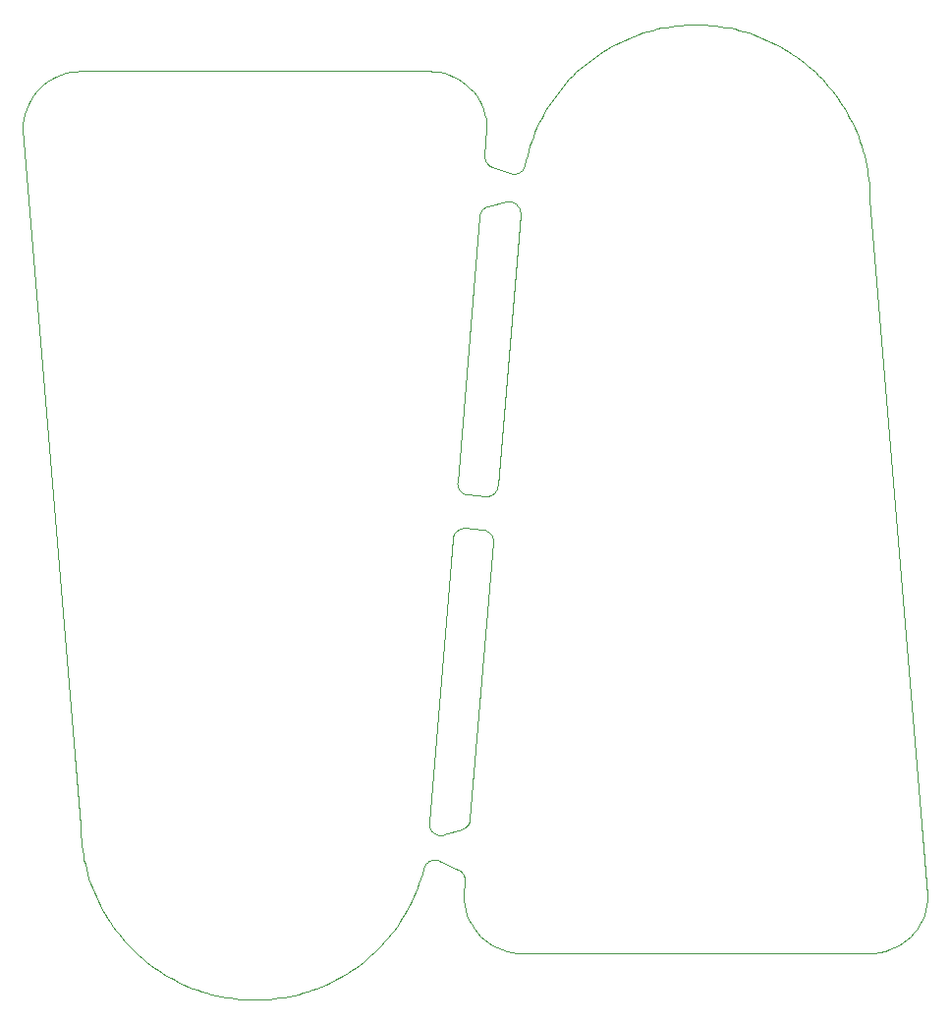
<source format=gko>
%MOIN*%
%OFA0B0*%
%FSLAX44Y44*%
%IPPOS*%
%LPD*%
%ADD10C,0*%
D10*
X00017331Y00009155D02*
X00017331Y00009155D01*
X00018133Y00018784D01*
X00018137Y00018815D01*
X00018143Y00018845D01*
X00018152Y00018875D01*
X00018162Y00018903D01*
X00018175Y00018931D01*
X00018191Y00018958D01*
X00018208Y00018984D01*
X00018227Y00019008D01*
X00018248Y00019031D01*
X00018271Y00019052D01*
X00018296Y00019071D01*
X00018321Y00019088D01*
X00018348Y00019103D01*
X00018376Y00019116D01*
X00018406Y00019126D01*
X00018435Y00019134D01*
X00018466Y00019140D01*
X00018496Y00019144D01*
X00018527Y00019145D01*
X00018558Y00019143D01*
X00019142Y00019095D01*
X00019173Y00019091D01*
X00019203Y00019085D01*
X00019233Y00019076D01*
X00019262Y00019066D01*
X00019290Y00019052D01*
X00019316Y00019037D01*
X00019342Y00019020D01*
X00019366Y00019001D01*
X00019389Y00018980D01*
X00019410Y00018957D01*
X00019429Y00018932D01*
X00019446Y00018907D01*
X00019461Y00018880D01*
X00019474Y00018851D01*
X00019484Y00018822D01*
X00019492Y00018793D01*
X00019498Y00018762D01*
X00019502Y00018732D01*
X00019503Y00018701D01*
X00019502Y00018670D01*
X00018719Y00009279D01*
X00018716Y00009256D01*
X00018712Y00009233D01*
X00018707Y00009210D01*
X00018700Y00009188D01*
X00018692Y00009166D01*
X00018683Y00009145D01*
X00018673Y00009124D01*
X00018661Y00009104D01*
X00018648Y00009084D01*
X00018634Y00009066D01*
X00018619Y00009048D01*
X00018603Y00009031D01*
X00018586Y00009015D01*
X00018568Y00009001D01*
X00018549Y00008987D01*
X00018529Y00008974D01*
X00018509Y00008963D01*
X00018488Y00008953D01*
X00018467Y00008944D01*
X00018445Y00008936D01*
X00017841Y00008747D01*
X00017804Y00008737D01*
X00017766Y00008731D01*
X00017727Y00008729D01*
X00017689Y00008730D01*
X00017650Y00008735D01*
X00017613Y00008744D01*
X00017577Y00008757D01*
X00017542Y00008773D01*
X00017508Y00008792D01*
X00017477Y00008815D01*
X00017448Y00008840D01*
X00017422Y00008869D01*
X00017399Y00008899D01*
X00017378Y00008932D01*
X00017361Y00008967D01*
X00017348Y00009003D01*
X00017338Y00009040D01*
X00017332Y00009078D01*
X00017329Y00009116D01*
X00017331Y00009155D01*
X00020428Y00029791D02*
X00020428Y00029791D01*
X00019661Y00020585D01*
X00019657Y00020555D01*
X00019651Y00020524D01*
X00019643Y00020495D01*
X00019632Y00020466D01*
X00019619Y00020438D01*
X00019604Y00020411D01*
X00019586Y00020385D01*
X00019567Y00020361D01*
X00019546Y00020338D01*
X00019523Y00020317D01*
X00019499Y00020298D01*
X00019473Y00020281D01*
X00019446Y00020266D01*
X00019418Y00020254D01*
X00019389Y00020243D01*
X00019359Y00020235D01*
X00019329Y00020229D01*
X00019298Y00020225D01*
X00019267Y00020224D01*
X00019236Y00020226D01*
X00018652Y00020274D01*
X00018622Y00020278D01*
X00018591Y00020284D01*
X00018562Y00020293D01*
X00018533Y00020304D01*
X00018505Y00020317D01*
X00018478Y00020332D01*
X00018452Y00020349D01*
X00018428Y00020368D01*
X00018405Y00020389D01*
X00018385Y00020412D01*
X00018365Y00020437D01*
X00018348Y00020462D01*
X00018333Y00020489D01*
X00018321Y00020518D01*
X00018310Y00020547D01*
X00018302Y00020576D01*
X00018296Y00020607D01*
X00018292Y00020637D01*
X00018291Y00020668D01*
X00018293Y00020699D01*
X00019044Y00029716D01*
X00019047Y00029740D01*
X00019051Y00029765D01*
X00019057Y00029789D01*
X00019065Y00029812D01*
X00019073Y00029836D01*
X00019084Y00029858D01*
X00019095Y00029880D01*
X00019108Y00029901D01*
X00019123Y00029921D01*
X00019138Y00029940D01*
X00019155Y00029959D01*
X00019173Y00029976D01*
X00019192Y00029992D01*
X00019212Y00030006D01*
X00019233Y00030020D01*
X00019254Y00030032D01*
X00019276Y00030043D01*
X00019299Y00030052D01*
X00019323Y00030060D01*
X00019347Y00030066D01*
X00019946Y00030207D01*
X00019983Y00030213D01*
X00020020Y00030217D01*
X00020057Y00030216D01*
X00020094Y00030213D01*
X00020130Y00030206D01*
X00020165Y00030195D01*
X00020200Y00030181D01*
X00020233Y00030164D01*
X00020264Y00030144D01*
X00020293Y00030121D01*
X00020320Y00030096D01*
X00020344Y00030068D01*
X00020366Y00030038D01*
X00020385Y00030006D01*
X00020400Y00029972D01*
X00020413Y00029937D01*
X00020422Y00029901D01*
X00020427Y00029865D01*
X00020430Y00029828D01*
X00020428Y00029791D01*
X00017139Y00007595D02*
X00017139Y00007595D01*
X00017149Y00007628D01*
X00017161Y00007661D01*
X00017177Y00007692D01*
X00017195Y00007722D01*
X00017216Y00007750D01*
X00017239Y00007776D01*
X00017265Y00007800D01*
X00017292Y00007822D01*
X00017322Y00007841D01*
X00017352Y00007857D01*
X00017385Y00007871D01*
X00017418Y00007882D01*
X00017452Y00007889D01*
X00017487Y00007894D01*
X00017522Y00007895D01*
X00017557Y00007894D01*
X00017591Y00007889D01*
X00017626Y00007881D01*
X00017659Y00007871D01*
X00017691Y00007857D01*
X00018320Y00007556D01*
X00018342Y00007546D01*
X00018362Y00007533D01*
X00018382Y00007520D01*
X00018401Y00007506D01*
X00018418Y00007490D01*
X00018435Y00007473D01*
X00018451Y00007456D01*
X00018466Y00007437D01*
X00018480Y00007417D01*
X00018492Y00007397D01*
X00018503Y00007376D01*
X00018513Y00007355D01*
X00018522Y00007332D01*
X00018529Y00007310D01*
X00018535Y00007287D01*
X00018540Y00007263D01*
X00018543Y00007240D01*
X00018544Y00007216D01*
X00018544Y00007192D01*
X00018543Y00007168D01*
X00018503Y00006692D01*
X00018511Y00006521D01*
X00018533Y00006351D01*
X00018571Y00006183D01*
X00018622Y00006019D01*
X00018688Y00005860D01*
X00018767Y00005708D01*
X00018859Y00005563D01*
X00018964Y00005427D01*
X00019080Y00005300D01*
X00019207Y00005184D01*
X00019343Y00005080D01*
X00019488Y00004988D01*
X00019640Y00004908D01*
X00019799Y00004843D01*
X00019962Y00004791D01*
X00020130Y00004754D01*
X00020300Y00004731D01*
X00020472Y00004724D01*
X00032283Y00004724D01*
X00032455Y00004731D01*
X00032625Y00004754D01*
X00032792Y00004791D01*
X00032956Y00004843D01*
X00033115Y00004908D01*
X00033267Y00004988D01*
X00033412Y00005080D01*
X00033548Y00005184D01*
X00033675Y00005300D01*
X00033791Y00005427D01*
X00033895Y00005563D01*
X00033988Y00005708D01*
X00034067Y00005860D01*
X00034133Y00006019D01*
X00034184Y00006183D01*
X00034222Y00006351D01*
X00034244Y00006521D01*
X00034251Y00006692D01*
X00032283Y00030314D01*
X00032281Y00030480D01*
X00032274Y00030646D01*
X00032262Y00030811D01*
X00032246Y00030976D01*
X00032225Y00031140D01*
X00032200Y00031304D01*
X00032169Y00031467D01*
X00032135Y00031629D01*
X00032096Y00031790D01*
X00032052Y00031949D01*
X00032004Y00032108D01*
X00031952Y00032265D01*
X00031895Y00032420D01*
X00031833Y00032574D01*
X00031768Y00032727D01*
X00031698Y00032877D01*
X00031624Y00033025D01*
X00031546Y00033171D01*
X00031464Y00033315D01*
X00031378Y00033456D01*
X00031288Y00033595D01*
X00031194Y00033732D01*
X00031096Y00033866D01*
X00030995Y00033996D01*
X00030889Y00034125D01*
X00030781Y00034250D01*
X00030669Y00034372D01*
X00030553Y00034490D01*
X00030435Y00034606D01*
X00030313Y00034718D01*
X00030188Y00034826D01*
X00030059Y00034932D01*
X00029929Y00035033D01*
X00029795Y00035131D01*
X00029658Y00035225D01*
X00029519Y00035315D01*
X00029378Y00035401D01*
X00029234Y00035483D01*
X00029088Y00035561D01*
X00028940Y00035635D01*
X00028790Y00035705D01*
X00028637Y00035770D01*
X00028483Y00035832D01*
X00028328Y00035889D01*
X00028171Y00035941D01*
X00028012Y00035989D01*
X00027853Y00036033D01*
X00027692Y00036072D01*
X00027530Y00036107D01*
X00027367Y00036137D01*
X00027203Y00036162D01*
X00027039Y00036183D01*
X00026874Y00036199D01*
X00026709Y00036211D01*
X00026543Y00036218D01*
X00026377Y00036220D01*
X00026212Y00036218D01*
X00026046Y00036211D01*
X00025881Y00036199D01*
X00025716Y00036183D01*
X00025552Y00036162D01*
X00025388Y00036137D01*
X00025225Y00036107D01*
X00025063Y00036072D01*
X00024902Y00036033D01*
X00024743Y00035989D01*
X00024584Y00035941D01*
X00024427Y00035889D01*
X00024271Y00035832D01*
X00024118Y00035770D01*
X00023965Y00035705D01*
X00023815Y00035635D01*
X00023667Y00035561D01*
X00023521Y00035483D01*
X00023377Y00035401D01*
X00023236Y00035315D01*
X00023097Y00035225D01*
X00022960Y00035131D01*
X00022826Y00035033D01*
X00022695Y00034932D01*
X00022567Y00034826D01*
X00022442Y00034718D01*
X00022320Y00034606D01*
X00022202Y00034490D01*
X00022086Y00034372D01*
X00021974Y00034250D01*
X00021865Y00034125D01*
X00021760Y00033996D01*
X00021659Y00033866D01*
X00021561Y00033732D01*
X00021467Y00033595D01*
X00021377Y00033456D01*
X00021291Y00033315D01*
X00021209Y00033171D01*
X00021131Y00033025D01*
X00021057Y00032877D01*
X00020987Y00032727D01*
X00020921Y00032574D01*
X00020860Y00032420D01*
X00020803Y00032265D01*
X00020751Y00032108D01*
X00020703Y00031949D01*
X00020659Y00031790D01*
X00020620Y00031629D01*
X00020586Y00031471D01*
X00020586Y00031471D01*
X00020578Y00031439D01*
X00020567Y00031407D01*
X00020553Y00031377D01*
X00020537Y00031347D01*
X00020518Y00031320D01*
X00020497Y00031294D01*
X00020474Y00031270D01*
X00020449Y00031247D01*
X00020423Y00031227D01*
X00020394Y00031210D01*
X00020364Y00031195D01*
X00020333Y00031182D01*
X00020302Y00031172D01*
X00020269Y00031165D01*
X00020236Y00031161D01*
X00020202Y00031159D01*
X00020169Y00031161D01*
X00020136Y00031165D01*
X00020103Y00031172D01*
X00020071Y00031182D01*
X00019480Y00031389D01*
X00019455Y00031398D01*
X00019432Y00031409D01*
X00019409Y00031421D01*
X00019387Y00031435D01*
X00019366Y00031451D01*
X00019346Y00031467D01*
X00019328Y00031485D01*
X00019310Y00031504D01*
X00019294Y00031525D01*
X00019279Y00031546D01*
X00019266Y00031568D01*
X00019254Y00031591D01*
X00019244Y00031615D01*
X00019235Y00031639D01*
X00019228Y00031664D01*
X00019222Y00031690D01*
X00019218Y00031715D01*
X00019216Y00031741D01*
X00019216Y00031767D01*
X00019217Y00031793D01*
X00019291Y00032677D01*
X00019283Y00032848D01*
X00019261Y00033018D01*
X00019224Y00033186D01*
X00019172Y00033350D01*
X00019106Y00033509D01*
X00019027Y00033661D01*
X00018935Y00033806D01*
X00018830Y00033942D01*
X00018714Y00034069D01*
X00018588Y00034185D01*
X00018451Y00034289D01*
X00018307Y00034381D01*
X00018154Y00034461D01*
X00017996Y00034526D01*
X00017832Y00034578D01*
X00017664Y00034615D01*
X00017494Y00034638D01*
X00017322Y00034645D01*
X00005511Y00034645D01*
X00005340Y00034638D01*
X00005169Y00034615D01*
X00005002Y00034578D01*
X00004838Y00034526D01*
X00004679Y00034461D01*
X00004527Y00034381D01*
X00004382Y00034289D01*
X00004246Y00034185D01*
X00004119Y00034069D01*
X00004003Y00033942D01*
X00003899Y00033806D01*
X00003807Y00033661D01*
X00003727Y00033509D01*
X00003662Y00033350D01*
X00003610Y00033186D01*
X00003573Y00033018D01*
X00003550Y00032848D01*
X00003543Y00032677D01*
X00005511Y00009055D01*
X00005514Y00008889D01*
X00005521Y00008723D01*
X00005532Y00008558D01*
X00005548Y00008393D01*
X00005569Y00008229D01*
X00005595Y00008065D01*
X00005625Y00007903D01*
X00005659Y00007741D01*
X00005698Y00007580D01*
X00005742Y00007420D01*
X00005790Y00007261D01*
X00005843Y00007104D01*
X00005900Y00006949D01*
X00005961Y00006795D01*
X00006026Y00006643D01*
X00006096Y00006492D01*
X00006170Y00006344D01*
X00006248Y00006198D01*
X00006330Y00006054D01*
X00006416Y00005913D01*
X00006507Y00005774D01*
X00006601Y00005637D01*
X00006698Y00005504D01*
X00006800Y00005373D01*
X00006905Y00005245D01*
X00007013Y00005120D01*
X00007126Y00004998D01*
X00007241Y00004879D01*
X00007360Y00004763D01*
X00007482Y00004651D01*
X00007607Y00004543D01*
X00007735Y00004438D01*
X00007866Y00004336D01*
X00007999Y00004238D01*
X00008136Y00004144D01*
X00008275Y00004054D01*
X00008416Y00003968D01*
X00008560Y00003886D01*
X00008706Y00003808D01*
X00008855Y00003734D01*
X00009005Y00003664D01*
X00009157Y00003599D01*
X00009311Y00003537D01*
X00009466Y00003481D01*
X00009623Y00003428D01*
X00009782Y00003380D01*
X00009942Y00003336D01*
X00010103Y00003297D01*
X00010265Y00003263D01*
X00010428Y00003233D01*
X00010591Y00003207D01*
X00010756Y00003186D01*
X00010920Y00003170D01*
X00011086Y00003158D01*
X00011251Y00003151D01*
X00011417Y00003149D01*
X00011582Y00003151D01*
X00011748Y00003158D01*
X00011913Y00003170D01*
X00012078Y00003186D01*
X00012242Y00003207D01*
X00012406Y00003233D01*
X00012569Y00003263D01*
X00012731Y00003297D01*
X00012892Y00003336D01*
X00013052Y00003380D01*
X00013210Y00003428D01*
X00013367Y00003481D01*
X00013523Y00003537D01*
X00013677Y00003599D01*
X00013829Y00003664D01*
X00013979Y00003734D01*
X00014127Y00003808D01*
X00014273Y00003886D01*
X00014417Y00003968D01*
X00014559Y00004054D01*
X00014698Y00004144D01*
X00014834Y00004238D01*
X00014968Y00004336D01*
X00015099Y00004438D01*
X00015227Y00004543D01*
X00015352Y00004651D01*
X00015474Y00004763D01*
X00015593Y00004879D01*
X00015708Y00004998D01*
X00015820Y00005120D01*
X00015929Y00005245D01*
X00016034Y00005373D01*
X00016135Y00005504D01*
X00016233Y00005637D01*
X00016327Y00005774D01*
X00016417Y00005913D01*
X00016503Y00006054D01*
X00016585Y00006198D01*
X00016664Y00006344D01*
X00016738Y00006492D01*
X00016807Y00006643D01*
X00016873Y00006795D01*
X00016934Y00006949D01*
X00016991Y00007104D01*
X00017043Y00007261D01*
X00017092Y00007420D01*
X00017135Y00007580D01*
X00017139Y00007595D01*
M02*
</source>
